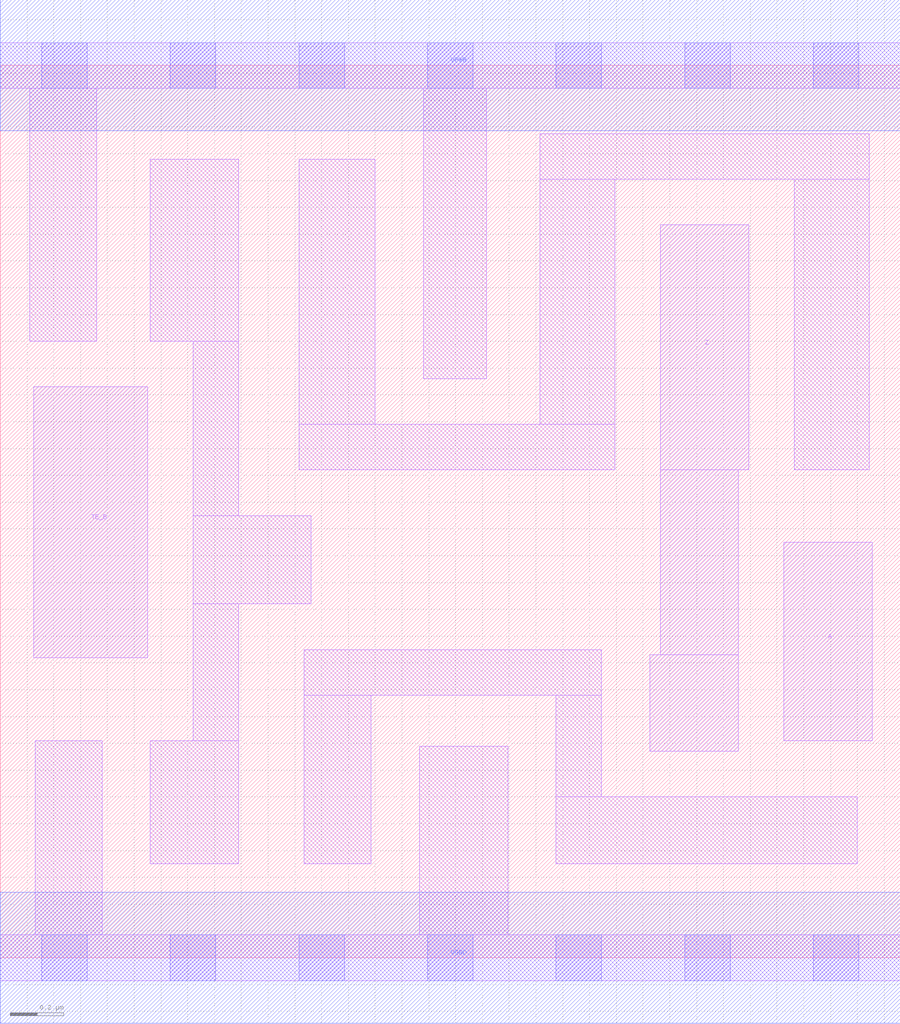
<source format=lef>
# Copyright 2020 The SkyWater PDK Authors
#
# Licensed under the Apache License, Version 2.0 (the "License");
# you may not use this file except in compliance with the License.
# You may obtain a copy of the License at
#
#     https://www.apache.org/licenses/LICENSE-2.0
#
# Unless required by applicable law or agreed to in writing, software
# distributed under the License is distributed on an "AS IS" BASIS,
# WITHOUT WARRANTIES OR CONDITIONS OF ANY KIND, either express or implied.
# See the License for the specific language governing permissions and
# limitations under the License.
#
# SPDX-License-Identifier: Apache-2.0

VERSION 5.7 ;
  NOWIREEXTENSIONATPIN ON ;
  DIVIDERCHAR "/" ;
  BUSBITCHARS "[]" ;
UNITS
  DATABASE MICRONS 200 ;
END UNITS
MACRO sky130_fd_sc_hs__einvn_2
  CLASS CORE ;
  FOREIGN sky130_fd_sc_hs__einvn_2 ;
  ORIGIN  0.000000  0.000000 ;
  SIZE  3.360000 BY  3.330000 ;
  SYMMETRY X Y ;
  SITE unit ;
  PIN A
    ANTENNAGATEAREA  0.558000 ;
    DIRECTION INPUT ;
    USE SIGNAL ;
    PORT
      LAYER li1 ;
        RECT 2.925000 0.810000 3.255000 1.550000 ;
    END
  END A
  PIN TE_B
    ANTENNAGATEAREA  0.495000 ;
    DIRECTION INPUT ;
    USE SIGNAL ;
    PORT
      LAYER li1 ;
        RECT 0.125000 1.120000 0.550000 2.130000 ;
    END
  END TE_B
  PIN Z
    ANTENNADIFFAREA  0.546900 ;
    DIRECTION OUTPUT ;
    USE SIGNAL ;
    PORT
      LAYER li1 ;
        RECT 2.425000 0.770000 2.755000 1.130000 ;
        RECT 2.465000 1.130000 2.755000 1.820000 ;
        RECT 2.465000 1.820000 2.795000 2.735000 ;
    END
  END Z
  PIN VGND
    DIRECTION INOUT ;
    USE GROUND ;
    PORT
      LAYER met1 ;
        RECT 0.000000 -0.245000 3.360000 0.245000 ;
    END
  END VGND
  PIN VPWR
    DIRECTION INOUT ;
    USE POWER ;
    PORT
      LAYER met1 ;
        RECT 0.000000 3.085000 3.360000 3.575000 ;
    END
  END VPWR
  OBS
    LAYER li1 ;
      RECT 0.000000 -0.085000 3.360000 0.085000 ;
      RECT 0.000000  3.245000 3.360000 3.415000 ;
      RECT 0.110000  2.300000 0.360000 3.245000 ;
      RECT 0.130000  0.085000 0.380000 0.810000 ;
      RECT 0.560000  0.350000 0.890000 0.810000 ;
      RECT 0.560000  2.300000 0.890000 2.980000 ;
      RECT 0.720000  0.810000 0.890000 1.320000 ;
      RECT 0.720000  1.320000 1.160000 1.650000 ;
      RECT 0.720000  1.650000 0.890000 2.300000 ;
      RECT 1.115000  1.820000 2.295000 1.990000 ;
      RECT 1.115000  1.990000 1.400000 2.980000 ;
      RECT 1.135000  0.350000 1.385000 0.980000 ;
      RECT 1.135000  0.980000 2.245000 1.150000 ;
      RECT 1.565000  0.085000 1.895000 0.790000 ;
      RECT 1.580000  2.160000 1.815000 3.245000 ;
      RECT 2.015000  1.990000 2.295000 2.905000 ;
      RECT 2.015000  2.905000 3.245000 3.075000 ;
      RECT 2.075000  0.350000 3.200000 0.600000 ;
      RECT 2.075000  0.600000 2.245000 0.980000 ;
      RECT 2.965000  1.820000 3.245000 2.905000 ;
    LAYER mcon ;
      RECT 0.155000 -0.085000 0.325000 0.085000 ;
      RECT 0.155000  3.245000 0.325000 3.415000 ;
      RECT 0.635000 -0.085000 0.805000 0.085000 ;
      RECT 0.635000  3.245000 0.805000 3.415000 ;
      RECT 1.115000 -0.085000 1.285000 0.085000 ;
      RECT 1.115000  3.245000 1.285000 3.415000 ;
      RECT 1.595000 -0.085000 1.765000 0.085000 ;
      RECT 1.595000  3.245000 1.765000 3.415000 ;
      RECT 2.075000 -0.085000 2.245000 0.085000 ;
      RECT 2.075000  3.245000 2.245000 3.415000 ;
      RECT 2.555000 -0.085000 2.725000 0.085000 ;
      RECT 2.555000  3.245000 2.725000 3.415000 ;
      RECT 3.035000 -0.085000 3.205000 0.085000 ;
      RECT 3.035000  3.245000 3.205000 3.415000 ;
  END
END sky130_fd_sc_hs__einvn_2
END LIBRARY

</source>
